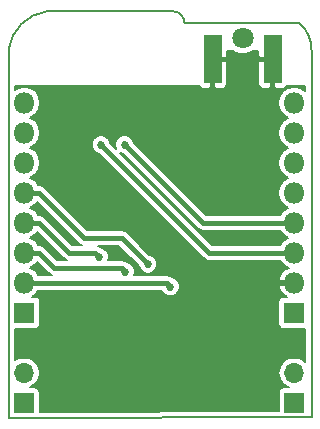
<source format=gbr>
%TF.GenerationSoftware,KiCad,Pcbnew,(5.0.0-3-g5ebb6b6)*%
%TF.CreationDate,2018-10-14T10:55:46+02:00*%
%TF.ProjectId,BricoLabs_ESP8266_LoRa_shield,427269636F4C6162735F455350383236,rev?*%
%TF.SameCoordinates,Original*%
%TF.FileFunction,Copper,L2,Bot,Signal*%
%TF.FilePolarity,Positive*%
%FSLAX46Y46*%
G04 Gerber Fmt 4.6, Leading zero omitted, Abs format (unit mm)*
G04 Created by KiCad (PCBNEW (5.0.0-3-g5ebb6b6)) date Sunday, 14 de October de 2018, 10:55:46*
%MOMM*%
%LPD*%
G01*
G04 APERTURE LIST*
%ADD10C,0.150000*%
%ADD11R,1.524000X4.064000*%
%ADD12C,1.800000*%
%ADD13O,1.700000X1.700000*%
%ADD14R,1.700000X1.700000*%
%ADD15R,1.800000X1.800000*%
%ADD16O,1.800000X1.800000*%
%ADD17C,0.685800*%
%ADD18C,0.400000*%
%ADD19C,0.200000*%
G04 APERTURE END LIST*
D10*
X140878600Y-80062000D02*
G75*
G02X141878600Y-81062000I0J-1000000D01*
G01*
X151620379Y-81068606D02*
G75*
G02X152628600Y-83312000I-1991779J-2243394D01*
G01*
X140878600Y-80062000D02*
X130225800Y-80060800D01*
X152628600Y-114452400D02*
X152628600Y-83312000D01*
X126976364Y-83308794D02*
G75*
G02X130225800Y-80060800I3779835J-532077D01*
G01*
X151628600Y-81062000D02*
X141878600Y-81062000D01*
X127027671Y-114490707D02*
X126974600Y-83312000D01*
X127027671Y-114490707D02*
X152628600Y-114452400D01*
D11*
X144257671Y-84132707D03*
X149337671Y-84132707D03*
D12*
X146797671Y-82350707D03*
D13*
X128297671Y-110680707D03*
D14*
X128297671Y-113220707D03*
X151157671Y-113220707D03*
D13*
X151157671Y-110680707D03*
D15*
X151157671Y-105600707D03*
D16*
X151157671Y-103060707D03*
X151157671Y-100520707D03*
X151157671Y-97980707D03*
X151157671Y-95440707D03*
X151157671Y-92900707D03*
X151157671Y-90360707D03*
X151157671Y-87820707D03*
D15*
X128297671Y-105600707D03*
D16*
X128297671Y-103060707D03*
X128297671Y-100520707D03*
X128297671Y-97980707D03*
X128297671Y-95440707D03*
X128297671Y-92900707D03*
X128297671Y-90360707D03*
X128297671Y-87820707D03*
D17*
X133060171Y-94140707D03*
X143797671Y-87350707D03*
X148797671Y-87350707D03*
X146797671Y-92850707D03*
X140257671Y-92940707D03*
X139047671Y-98850707D03*
X145797671Y-102850707D03*
X131547671Y-91350707D03*
X128297671Y-107505707D03*
X140797671Y-107600707D03*
X148297671Y-113350707D03*
X131297671Y-113350707D03*
X140797671Y-113350707D03*
X143797671Y-96350707D03*
X148797671Y-88350707D03*
X148797671Y-89350707D03*
X148797671Y-90350707D03*
X148797671Y-91350707D03*
X147797671Y-91350707D03*
X146797671Y-91350707D03*
X145797671Y-91350707D03*
X144797671Y-91350707D03*
X145797671Y-87350707D03*
X147797671Y-87350707D03*
X129567671Y-101790707D03*
X129567671Y-99250707D03*
X129567671Y-96710707D03*
X147030171Y-99250707D03*
X151157671Y-107505707D03*
X135797671Y-87350707D03*
X143797671Y-91350707D03*
X134797671Y-91350697D03*
X136797671Y-91350707D03*
X140680171Y-103378207D03*
X136870171Y-102108207D03*
X134647671Y-100838207D03*
X138775171Y-101473207D03*
D18*
X143967681Y-100520707D02*
X135140570Y-91693596D01*
X135140570Y-91693596D02*
X134797671Y-91350697D01*
X151157671Y-100520707D02*
X143967681Y-100520707D01*
X137140570Y-91693606D02*
X136797671Y-91350707D01*
X151157671Y-97980707D02*
X143427671Y-97980707D01*
X143427671Y-97980707D02*
X137140570Y-91693606D01*
X140362671Y-103060707D02*
X140680171Y-103378207D01*
X128297671Y-103060707D02*
X140362671Y-103060707D01*
X128297671Y-100520707D02*
X129567671Y-100520707D01*
X130837671Y-101790707D02*
X136552671Y-101790707D01*
X136552671Y-101790707D02*
X136870171Y-102108207D01*
X129567671Y-100520707D02*
X130837671Y-101790707D01*
X134330171Y-100520707D02*
X134647671Y-100838207D01*
X129567671Y-97980707D02*
X132107671Y-100520707D01*
X132107671Y-100520707D02*
X134330171Y-100520707D01*
X128297671Y-97980707D02*
X129567671Y-97980707D01*
X128297671Y-95440707D02*
X129567671Y-95440707D01*
X129567671Y-95440707D02*
X133377671Y-99250707D01*
X133377671Y-99250707D02*
X136552671Y-99250707D01*
X136552671Y-99250707D02*
X138775171Y-101473207D01*
X128513001Y-87873001D02*
X128297671Y-87873001D01*
D19*
G36*
X146032957Y-83495182D02*
X146529139Y-83700707D01*
X147066203Y-83700707D01*
X147562385Y-83495182D01*
X147606860Y-83450707D01*
X148125671Y-83450707D01*
X148125671Y-83866207D01*
X148238171Y-83978707D01*
X149183671Y-83978707D01*
X149183671Y-83958707D01*
X149491671Y-83958707D01*
X149491671Y-83978707D01*
X149511671Y-83978707D01*
X149511671Y-84286707D01*
X149491671Y-84286707D01*
X149491671Y-86502207D01*
X149604171Y-86614707D01*
X150189182Y-86614707D01*
X150354576Y-86546198D01*
X150480067Y-86420707D01*
X152103601Y-86420707D01*
X152103601Y-86829126D01*
X151684415Y-86549035D01*
X151290634Y-86470707D01*
X151024708Y-86470707D01*
X150630927Y-86549035D01*
X150184375Y-86847411D01*
X149885999Y-87293963D01*
X149781223Y-87820707D01*
X149885999Y-88347451D01*
X150184375Y-88794003D01*
X150628425Y-89090707D01*
X150184375Y-89387411D01*
X149885999Y-89833963D01*
X149781223Y-90360707D01*
X149885999Y-90887451D01*
X150184375Y-91334003D01*
X150628425Y-91630707D01*
X150184375Y-91927411D01*
X149885999Y-92373963D01*
X149781223Y-92900707D01*
X149885999Y-93427451D01*
X150184375Y-93874003D01*
X150628425Y-94170707D01*
X150184375Y-94467411D01*
X149885999Y-94913963D01*
X149781223Y-95440707D01*
X149885999Y-95967451D01*
X150184375Y-96414003D01*
X150628425Y-96710707D01*
X150184375Y-97007411D01*
X149968356Y-97330707D01*
X143696910Y-97330707D01*
X137645458Y-91279257D01*
X137645456Y-91279254D01*
X137590571Y-91224369D01*
X137590571Y-91192989D01*
X137469859Y-90901565D01*
X137246813Y-90678519D01*
X136955389Y-90557807D01*
X136639953Y-90557807D01*
X136348529Y-90678519D01*
X136125483Y-90901565D01*
X136004771Y-91192989D01*
X136004771Y-91508425D01*
X136096791Y-91730580D01*
X135645458Y-91279247D01*
X135645456Y-91279244D01*
X135590571Y-91224359D01*
X135590571Y-91192979D01*
X135469859Y-90901555D01*
X135246813Y-90678509D01*
X134955389Y-90557797D01*
X134639953Y-90557797D01*
X134348529Y-90678509D01*
X134125483Y-90901555D01*
X134004771Y-91192979D01*
X134004771Y-91508415D01*
X134125483Y-91799839D01*
X134348529Y-92022885D01*
X134639953Y-92143597D01*
X134671333Y-92143597D01*
X134726218Y-92198482D01*
X134726221Y-92198484D01*
X143462792Y-100935056D01*
X143499057Y-100989331D01*
X143714064Y-101132993D01*
X143903663Y-101170707D01*
X143903664Y-101170707D01*
X143967680Y-101183441D01*
X144031697Y-101170707D01*
X149968356Y-101170707D01*
X150184375Y-101494003D01*
X150630927Y-101792379D01*
X150703355Y-101806786D01*
X150325589Y-101997611D01*
X149982098Y-102396958D01*
X149857086Y-102698795D01*
X149929791Y-102906707D01*
X151003671Y-102906707D01*
X151003671Y-102886707D01*
X151311671Y-102886707D01*
X151311671Y-102906707D01*
X151331671Y-102906707D01*
X151331671Y-103214707D01*
X151311671Y-103214707D01*
X151311671Y-103234707D01*
X151003671Y-103234707D01*
X151003671Y-103214707D01*
X149929791Y-103214707D01*
X149857086Y-103422619D01*
X149982098Y-103724456D01*
X150325589Y-104123803D01*
X150559361Y-104241891D01*
X150257671Y-104241891D01*
X150082090Y-104276816D01*
X149933239Y-104376275D01*
X149833780Y-104525126D01*
X149798855Y-104700707D01*
X149798855Y-106500707D01*
X149833780Y-106676288D01*
X149933239Y-106825139D01*
X150082090Y-106924598D01*
X150257671Y-106959523D01*
X152057671Y-106959523D01*
X152103600Y-106950387D01*
X152103600Y-109756454D01*
X152094918Y-109743460D01*
X151664906Y-109456134D01*
X151285708Y-109380707D01*
X151029634Y-109380707D01*
X150650436Y-109456134D01*
X150220424Y-109743460D01*
X149933098Y-110173472D01*
X149832203Y-110680707D01*
X149933098Y-111187942D01*
X150220424Y-111617954D01*
X150650436Y-111905280D01*
X150683672Y-111911891D01*
X150307671Y-111911891D01*
X150132090Y-111946816D01*
X149983239Y-112046275D01*
X149883780Y-112195126D01*
X149848855Y-112370707D01*
X149848855Y-113931559D01*
X129606487Y-113961848D01*
X129606487Y-112370707D01*
X129571562Y-112195126D01*
X129472103Y-112046275D01*
X129323252Y-111946816D01*
X129147671Y-111911891D01*
X128771670Y-111911891D01*
X128804906Y-111905280D01*
X129234918Y-111617954D01*
X129522244Y-111187942D01*
X129623139Y-110680707D01*
X129522244Y-110173472D01*
X129234918Y-109743460D01*
X128804906Y-109456134D01*
X128425708Y-109380707D01*
X128169634Y-109380707D01*
X127790436Y-109456134D01*
X127544382Y-109620543D01*
X127539852Y-106959523D01*
X129197671Y-106959523D01*
X129373252Y-106924598D01*
X129522103Y-106825139D01*
X129621562Y-106676288D01*
X129656487Y-106500707D01*
X129656487Y-104700707D01*
X129621562Y-104525126D01*
X129522103Y-104376275D01*
X129373252Y-104276816D01*
X129197671Y-104241891D01*
X128959840Y-104241891D01*
X129270967Y-104034003D01*
X129486986Y-103710707D01*
X139959668Y-103710707D01*
X140007983Y-103827349D01*
X140231029Y-104050395D01*
X140522453Y-104171107D01*
X140837889Y-104171107D01*
X141129313Y-104050395D01*
X141352359Y-103827349D01*
X141473071Y-103535925D01*
X141473071Y-103220489D01*
X141352359Y-102929065D01*
X141129313Y-102706019D01*
X140837889Y-102585307D01*
X140821154Y-102585307D01*
X140616288Y-102448421D01*
X140426689Y-102410707D01*
X140426687Y-102410707D01*
X140362671Y-102397973D01*
X140298655Y-102410707D01*
X137603100Y-102410707D01*
X137663071Y-102265925D01*
X137663071Y-101950489D01*
X137542359Y-101659065D01*
X137319313Y-101436019D01*
X137027889Y-101315307D01*
X137011154Y-101315307D01*
X136806288Y-101178421D01*
X136616689Y-101140707D01*
X136616687Y-101140707D01*
X136552671Y-101127973D01*
X136488655Y-101140707D01*
X135380600Y-101140707D01*
X135440571Y-100995925D01*
X135440571Y-100680489D01*
X135319859Y-100389065D01*
X135096813Y-100166019D01*
X134805389Y-100045307D01*
X134788654Y-100045307D01*
X134583788Y-99908421D01*
X134545008Y-99900707D01*
X136283434Y-99900707D01*
X137982271Y-101599546D01*
X137982271Y-101630925D01*
X138102983Y-101922349D01*
X138326029Y-102145395D01*
X138617453Y-102266107D01*
X138932889Y-102266107D01*
X139224313Y-102145395D01*
X139447359Y-101922349D01*
X139568071Y-101630925D01*
X139568071Y-101315489D01*
X139447359Y-101024065D01*
X139224313Y-100801019D01*
X138932889Y-100680307D01*
X138901510Y-100680307D01*
X137057562Y-98836361D01*
X137021295Y-98782083D01*
X136806288Y-98638421D01*
X136616689Y-98600707D01*
X136616687Y-98600707D01*
X136552671Y-98587973D01*
X136488655Y-98600707D01*
X133646910Y-98600707D01*
X130072562Y-95026361D01*
X130036295Y-94972083D01*
X129821288Y-94828421D01*
X129631689Y-94790707D01*
X129631687Y-94790707D01*
X129567671Y-94777973D01*
X129503655Y-94790707D01*
X129486986Y-94790707D01*
X129270967Y-94467411D01*
X128826917Y-94170707D01*
X129270967Y-93874003D01*
X129569343Y-93427451D01*
X129674119Y-92900707D01*
X129569343Y-92373963D01*
X129270967Y-91927411D01*
X128826917Y-91630707D01*
X129270967Y-91334003D01*
X129569343Y-90887451D01*
X129674119Y-90360707D01*
X129569343Y-89833963D01*
X129270967Y-89387411D01*
X128826917Y-89090707D01*
X129270967Y-88794003D01*
X129569343Y-88347451D01*
X129674119Y-87820707D01*
X129569343Y-87293963D01*
X129270967Y-86847411D01*
X128824415Y-86549035D01*
X128430634Y-86470707D01*
X128164708Y-86470707D01*
X127770927Y-86549035D01*
X127505412Y-86726446D01*
X127504892Y-86420707D01*
X143115275Y-86420707D01*
X143240766Y-86546198D01*
X143406160Y-86614707D01*
X143991171Y-86614707D01*
X144103671Y-86502207D01*
X144103671Y-84286707D01*
X144411671Y-84286707D01*
X144411671Y-86502207D01*
X144524171Y-86614707D01*
X145109182Y-86614707D01*
X145274576Y-86546198D01*
X145401163Y-86419611D01*
X145469671Y-86254217D01*
X145469671Y-84399207D01*
X148125671Y-84399207D01*
X148125671Y-86254217D01*
X148194179Y-86419611D01*
X148320766Y-86546198D01*
X148486160Y-86614707D01*
X149071171Y-86614707D01*
X149183671Y-86502207D01*
X149183671Y-84286707D01*
X148238171Y-84286707D01*
X148125671Y-84399207D01*
X145469671Y-84399207D01*
X145357171Y-84286707D01*
X144411671Y-84286707D01*
X144103671Y-84286707D01*
X144083671Y-84286707D01*
X144083671Y-83978707D01*
X144103671Y-83978707D01*
X144103671Y-83958707D01*
X144411671Y-83958707D01*
X144411671Y-83978707D01*
X145357171Y-83978707D01*
X145469671Y-83866207D01*
X145469671Y-83450707D01*
X145988482Y-83450707D01*
X146032957Y-83495182D01*
X146032957Y-83495182D01*
G37*
X146032957Y-83495182D02*
X146529139Y-83700707D01*
X147066203Y-83700707D01*
X147562385Y-83495182D01*
X147606860Y-83450707D01*
X148125671Y-83450707D01*
X148125671Y-83866207D01*
X148238171Y-83978707D01*
X149183671Y-83978707D01*
X149183671Y-83958707D01*
X149491671Y-83958707D01*
X149491671Y-83978707D01*
X149511671Y-83978707D01*
X149511671Y-84286707D01*
X149491671Y-84286707D01*
X149491671Y-86502207D01*
X149604171Y-86614707D01*
X150189182Y-86614707D01*
X150354576Y-86546198D01*
X150480067Y-86420707D01*
X152103601Y-86420707D01*
X152103601Y-86829126D01*
X151684415Y-86549035D01*
X151290634Y-86470707D01*
X151024708Y-86470707D01*
X150630927Y-86549035D01*
X150184375Y-86847411D01*
X149885999Y-87293963D01*
X149781223Y-87820707D01*
X149885999Y-88347451D01*
X150184375Y-88794003D01*
X150628425Y-89090707D01*
X150184375Y-89387411D01*
X149885999Y-89833963D01*
X149781223Y-90360707D01*
X149885999Y-90887451D01*
X150184375Y-91334003D01*
X150628425Y-91630707D01*
X150184375Y-91927411D01*
X149885999Y-92373963D01*
X149781223Y-92900707D01*
X149885999Y-93427451D01*
X150184375Y-93874003D01*
X150628425Y-94170707D01*
X150184375Y-94467411D01*
X149885999Y-94913963D01*
X149781223Y-95440707D01*
X149885999Y-95967451D01*
X150184375Y-96414003D01*
X150628425Y-96710707D01*
X150184375Y-97007411D01*
X149968356Y-97330707D01*
X143696910Y-97330707D01*
X137645458Y-91279257D01*
X137645456Y-91279254D01*
X137590571Y-91224369D01*
X137590571Y-91192989D01*
X137469859Y-90901565D01*
X137246813Y-90678519D01*
X136955389Y-90557807D01*
X136639953Y-90557807D01*
X136348529Y-90678519D01*
X136125483Y-90901565D01*
X136004771Y-91192989D01*
X136004771Y-91508425D01*
X136096791Y-91730580D01*
X135645458Y-91279247D01*
X135645456Y-91279244D01*
X135590571Y-91224359D01*
X135590571Y-91192979D01*
X135469859Y-90901555D01*
X135246813Y-90678509D01*
X134955389Y-90557797D01*
X134639953Y-90557797D01*
X134348529Y-90678509D01*
X134125483Y-90901555D01*
X134004771Y-91192979D01*
X134004771Y-91508415D01*
X134125483Y-91799839D01*
X134348529Y-92022885D01*
X134639953Y-92143597D01*
X134671333Y-92143597D01*
X134726218Y-92198482D01*
X134726221Y-92198484D01*
X143462792Y-100935056D01*
X143499057Y-100989331D01*
X143714064Y-101132993D01*
X143903663Y-101170707D01*
X143903664Y-101170707D01*
X143967680Y-101183441D01*
X144031697Y-101170707D01*
X149968356Y-101170707D01*
X150184375Y-101494003D01*
X150630927Y-101792379D01*
X150703355Y-101806786D01*
X150325589Y-101997611D01*
X149982098Y-102396958D01*
X149857086Y-102698795D01*
X149929791Y-102906707D01*
X151003671Y-102906707D01*
X151003671Y-102886707D01*
X151311671Y-102886707D01*
X151311671Y-102906707D01*
X151331671Y-102906707D01*
X151331671Y-103214707D01*
X151311671Y-103214707D01*
X151311671Y-103234707D01*
X151003671Y-103234707D01*
X151003671Y-103214707D01*
X149929791Y-103214707D01*
X149857086Y-103422619D01*
X149982098Y-103724456D01*
X150325589Y-104123803D01*
X150559361Y-104241891D01*
X150257671Y-104241891D01*
X150082090Y-104276816D01*
X149933239Y-104376275D01*
X149833780Y-104525126D01*
X149798855Y-104700707D01*
X149798855Y-106500707D01*
X149833780Y-106676288D01*
X149933239Y-106825139D01*
X150082090Y-106924598D01*
X150257671Y-106959523D01*
X152057671Y-106959523D01*
X152103600Y-106950387D01*
X152103600Y-109756454D01*
X152094918Y-109743460D01*
X151664906Y-109456134D01*
X151285708Y-109380707D01*
X151029634Y-109380707D01*
X150650436Y-109456134D01*
X150220424Y-109743460D01*
X149933098Y-110173472D01*
X149832203Y-110680707D01*
X149933098Y-111187942D01*
X150220424Y-111617954D01*
X150650436Y-111905280D01*
X150683672Y-111911891D01*
X150307671Y-111911891D01*
X150132090Y-111946816D01*
X149983239Y-112046275D01*
X149883780Y-112195126D01*
X149848855Y-112370707D01*
X149848855Y-113931559D01*
X129606487Y-113961848D01*
X129606487Y-112370707D01*
X129571562Y-112195126D01*
X129472103Y-112046275D01*
X129323252Y-111946816D01*
X129147671Y-111911891D01*
X128771670Y-111911891D01*
X128804906Y-111905280D01*
X129234918Y-111617954D01*
X129522244Y-111187942D01*
X129623139Y-110680707D01*
X129522244Y-110173472D01*
X129234918Y-109743460D01*
X128804906Y-109456134D01*
X128425708Y-109380707D01*
X128169634Y-109380707D01*
X127790436Y-109456134D01*
X127544382Y-109620543D01*
X127539852Y-106959523D01*
X129197671Y-106959523D01*
X129373252Y-106924598D01*
X129522103Y-106825139D01*
X129621562Y-106676288D01*
X129656487Y-106500707D01*
X129656487Y-104700707D01*
X129621562Y-104525126D01*
X129522103Y-104376275D01*
X129373252Y-104276816D01*
X129197671Y-104241891D01*
X128959840Y-104241891D01*
X129270967Y-104034003D01*
X129486986Y-103710707D01*
X139959668Y-103710707D01*
X140007983Y-103827349D01*
X140231029Y-104050395D01*
X140522453Y-104171107D01*
X140837889Y-104171107D01*
X141129313Y-104050395D01*
X141352359Y-103827349D01*
X141473071Y-103535925D01*
X141473071Y-103220489D01*
X141352359Y-102929065D01*
X141129313Y-102706019D01*
X140837889Y-102585307D01*
X140821154Y-102585307D01*
X140616288Y-102448421D01*
X140426689Y-102410707D01*
X140426687Y-102410707D01*
X140362671Y-102397973D01*
X140298655Y-102410707D01*
X137603100Y-102410707D01*
X137663071Y-102265925D01*
X137663071Y-101950489D01*
X137542359Y-101659065D01*
X137319313Y-101436019D01*
X137027889Y-101315307D01*
X137011154Y-101315307D01*
X136806288Y-101178421D01*
X136616689Y-101140707D01*
X136616687Y-101140707D01*
X136552671Y-101127973D01*
X136488655Y-101140707D01*
X135380600Y-101140707D01*
X135440571Y-100995925D01*
X135440571Y-100680489D01*
X135319859Y-100389065D01*
X135096813Y-100166019D01*
X134805389Y-100045307D01*
X134788654Y-100045307D01*
X134583788Y-99908421D01*
X134545008Y-99900707D01*
X136283434Y-99900707D01*
X137982271Y-101599546D01*
X137982271Y-101630925D01*
X138102983Y-101922349D01*
X138326029Y-102145395D01*
X138617453Y-102266107D01*
X138932889Y-102266107D01*
X139224313Y-102145395D01*
X139447359Y-101922349D01*
X139568071Y-101630925D01*
X139568071Y-101315489D01*
X139447359Y-101024065D01*
X139224313Y-100801019D01*
X138932889Y-100680307D01*
X138901510Y-100680307D01*
X137057562Y-98836361D01*
X137021295Y-98782083D01*
X136806288Y-98638421D01*
X136616689Y-98600707D01*
X136616687Y-98600707D01*
X136552671Y-98587973D01*
X136488655Y-98600707D01*
X133646910Y-98600707D01*
X130072562Y-95026361D01*
X130036295Y-94972083D01*
X129821288Y-94828421D01*
X129631689Y-94790707D01*
X129631687Y-94790707D01*
X129567671Y-94777973D01*
X129503655Y-94790707D01*
X129486986Y-94790707D01*
X129270967Y-94467411D01*
X128826917Y-94170707D01*
X129270967Y-93874003D01*
X129569343Y-93427451D01*
X129674119Y-92900707D01*
X129569343Y-92373963D01*
X129270967Y-91927411D01*
X128826917Y-91630707D01*
X129270967Y-91334003D01*
X129569343Y-90887451D01*
X129674119Y-90360707D01*
X129569343Y-89833963D01*
X129270967Y-89387411D01*
X128826917Y-89090707D01*
X129270967Y-88794003D01*
X129569343Y-88347451D01*
X129674119Y-87820707D01*
X129569343Y-87293963D01*
X129270967Y-86847411D01*
X128824415Y-86549035D01*
X128430634Y-86470707D01*
X128164708Y-86470707D01*
X127770927Y-86549035D01*
X127505412Y-86726446D01*
X127504892Y-86420707D01*
X143115275Y-86420707D01*
X143240766Y-86546198D01*
X143406160Y-86614707D01*
X143991171Y-86614707D01*
X144103671Y-86502207D01*
X144103671Y-84286707D01*
X144411671Y-84286707D01*
X144411671Y-86502207D01*
X144524171Y-86614707D01*
X145109182Y-86614707D01*
X145274576Y-86546198D01*
X145401163Y-86419611D01*
X145469671Y-86254217D01*
X145469671Y-84399207D01*
X148125671Y-84399207D01*
X148125671Y-86254217D01*
X148194179Y-86419611D01*
X148320766Y-86546198D01*
X148486160Y-86614707D01*
X149071171Y-86614707D01*
X149183671Y-86502207D01*
X149183671Y-84286707D01*
X148238171Y-84286707D01*
X148125671Y-84399207D01*
X145469671Y-84399207D01*
X145357171Y-84286707D01*
X144411671Y-84286707D01*
X144103671Y-84286707D01*
X144083671Y-84286707D01*
X144083671Y-83978707D01*
X144103671Y-83978707D01*
X144103671Y-83958707D01*
X144411671Y-83958707D01*
X144411671Y-83978707D01*
X145357171Y-83978707D01*
X145469671Y-83866207D01*
X145469671Y-83450707D01*
X145988482Y-83450707D01*
X146032957Y-83495182D01*
G36*
X130332783Y-102205058D02*
X130369047Y-102259331D01*
X130584054Y-102402993D01*
X130622834Y-102410707D01*
X129486986Y-102410707D01*
X129270967Y-102087411D01*
X128826917Y-101790707D01*
X129270967Y-101494003D01*
X129411463Y-101283736D01*
X130332783Y-102205058D01*
X130332783Y-102205058D01*
G37*
X130332783Y-102205058D02*
X130369047Y-102259331D01*
X130584054Y-102402993D01*
X130622834Y-102410707D01*
X129486986Y-102410707D01*
X129270967Y-102087411D01*
X128826917Y-101790707D01*
X129270967Y-101494003D01*
X129411463Y-101283736D01*
X130332783Y-102205058D01*
G36*
X131602784Y-100935058D02*
X131639047Y-100989331D01*
X131854054Y-101132993D01*
X131892834Y-101140707D01*
X131106910Y-101140707D01*
X130072562Y-100106361D01*
X130036295Y-100052083D01*
X129821288Y-99908421D01*
X129631689Y-99870707D01*
X129631687Y-99870707D01*
X129567671Y-99857973D01*
X129503655Y-99870707D01*
X129486986Y-99870707D01*
X129270967Y-99547411D01*
X128826917Y-99250707D01*
X129270967Y-98954003D01*
X129411463Y-98743736D01*
X131602784Y-100935058D01*
X131602784Y-100935058D01*
G37*
X131602784Y-100935058D02*
X131639047Y-100989331D01*
X131854054Y-101132993D01*
X131892834Y-101140707D01*
X131106910Y-101140707D01*
X130072562Y-100106361D01*
X130036295Y-100052083D01*
X129821288Y-99908421D01*
X129631689Y-99870707D01*
X129631687Y-99870707D01*
X129567671Y-99857973D01*
X129503655Y-99870707D01*
X129486986Y-99870707D01*
X129270967Y-99547411D01*
X128826917Y-99250707D01*
X129270967Y-98954003D01*
X129411463Y-98743736D01*
X131602784Y-100935058D01*
G36*
X136639953Y-92143607D02*
X136671333Y-92143607D01*
X136726218Y-92198492D01*
X136726221Y-92198494D01*
X142922783Y-98395058D01*
X142959047Y-98449331D01*
X143174054Y-98592993D01*
X143212835Y-98600707D01*
X143427671Y-98643441D01*
X143491689Y-98630707D01*
X149968356Y-98630707D01*
X150184375Y-98954003D01*
X150628425Y-99250707D01*
X150184375Y-99547411D01*
X149968356Y-99870707D01*
X144236919Y-99870707D01*
X136417799Y-92051587D01*
X136639953Y-92143607D01*
X136639953Y-92143607D01*
G37*
X136639953Y-92143607D02*
X136671333Y-92143607D01*
X136726218Y-92198492D01*
X136726221Y-92198494D01*
X142922783Y-98395058D01*
X142959047Y-98449331D01*
X143174054Y-98592993D01*
X143212835Y-98600707D01*
X143427671Y-98643441D01*
X143491689Y-98630707D01*
X149968356Y-98630707D01*
X150184375Y-98954003D01*
X150628425Y-99250707D01*
X150184375Y-99547411D01*
X149968356Y-99870707D01*
X144236919Y-99870707D01*
X136417799Y-92051587D01*
X136639953Y-92143607D01*
G36*
X132872783Y-99665058D02*
X132909047Y-99719331D01*
X132963319Y-99755594D01*
X133124053Y-99862993D01*
X133162834Y-99870707D01*
X132376910Y-99870707D01*
X130072562Y-97566361D01*
X130036295Y-97512083D01*
X129821288Y-97368421D01*
X129631689Y-97330707D01*
X129631687Y-97330707D01*
X129567671Y-97317973D01*
X129503655Y-97330707D01*
X129486986Y-97330707D01*
X129270967Y-97007411D01*
X128826917Y-96710707D01*
X129270967Y-96414003D01*
X129411463Y-96203736D01*
X132872783Y-99665058D01*
X132872783Y-99665058D01*
G37*
X132872783Y-99665058D02*
X132909047Y-99719331D01*
X132963319Y-99755594D01*
X133124053Y-99862993D01*
X133162834Y-99870707D01*
X132376910Y-99870707D01*
X130072562Y-97566361D01*
X130036295Y-97512083D01*
X129821288Y-97368421D01*
X129631689Y-97330707D01*
X129631687Y-97330707D01*
X129567671Y-97317973D01*
X129503655Y-97330707D01*
X129486986Y-97330707D01*
X129270967Y-97007411D01*
X128826917Y-96710707D01*
X129270967Y-96414003D01*
X129411463Y-96203736D01*
X132872783Y-99665058D01*
M02*

</source>
